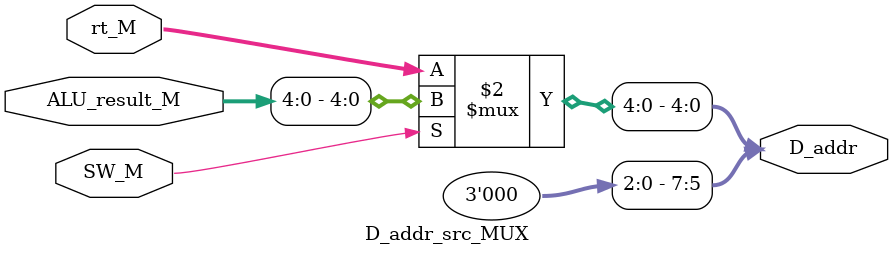
<source format=v>
`timescale 1ns / 1ps

module D_addr_src_MUX
(
    input [63:0] ALU_result_M,
    input [4:0] rt_M,
    input SW_M,

    output [7:0] D_addr
);

    assign D_addr[4:0] = (SW_M == 1) ? ALU_result_M[4:0] : rt_M[4:0];
    assign D_addr[7:5] = 0;

endmodule
</source>
